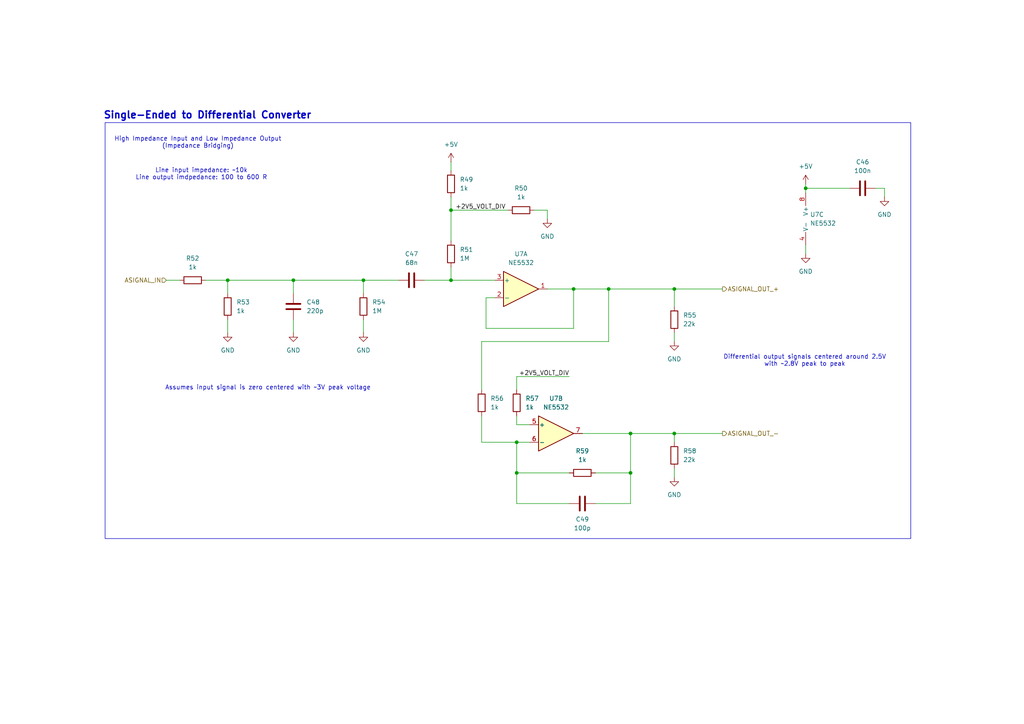
<source format=kicad_sch>
(kicad_sch (version 20231120) (generator "eeschema") (generator_version "8.0")
  (paper "A4")
  (lib_symbols
    (symbol "Amplifier_Operational:NE5532" (pin_names (offset 0.127))
      (property "Reference" "U" (at 0 5.08 0))
      (property "Value" "NE5532" (at 0 -5.08 0))
      (symbol "NE5532_1_1"
        (polyline (pts (xy -5.08 5.08) (xy 5.08 0) (xy -5.08 -5.08) (xy -5.08 5.08)) (stroke (width 0.254)) (fill (type background)))
        (pin output line (at 7.62 0 180) (length 2.54) (name "~") (number "1"))
        (pin input line (at -7.62 -2.54 0) (length 2.54) (name "-") (number "2"))
        (pin input line (at -7.62 2.54 0) (length 2.54) (name "+") (number "3"))
      )
      (symbol "NE5532_2_1"
        (polyline (pts (xy -5.08 5.08) (xy 5.08 0) (xy -5.08 -5.08) (xy -5.08 5.08)) (stroke (width 0.254)) (fill (type background)))
        (pin input line (at -7.62 2.54 0) (length 2.54) (name "+") (number "5"))
        (pin input line (at -7.62 -2.54 0) (length 2.54) (name "-") (number "6"))
        (pin output line (at 7.62 0 180) (length 2.54) (name "~") (number "7"))
      )
      (symbol "NE5532_3_1"
        (pin power_in line (at -2.54 -7.62 90) (length 3.81) (name "V-") (number "4"))
        (pin power_in line (at -2.54 7.62 270) (length 3.81) (name "V+") (number "8"))
      )
    )
    (symbol "Device:C" (pin_numbers hide) (pin_names (offset 0.254))
      (property "Reference" "C" (at 0.635 2.54 0))
      (property "Value" "C" (at 0.635 -2.54 0))
      (symbol "C_0_1"
        (polyline (pts (xy -2.032 -0.762) (xy 2.032 -0.762)) (stroke (width 0.508)))
        (polyline (pts (xy -2.032 0.762) (xy 2.032 0.762)) (stroke (width 0.508)))
      )
      (symbol "C_1_1"
        (pin passive line (at 0 3.81 270) (length 2.794) (name "~") (number "1"))
        (pin passive line (at 0 -3.81 90) (length 2.794) (name "~") (number "2"))
      )
    )
    (symbol "Device:R" (pin_numbers hide) (pin_names (offset 0))
      (property "Reference" "R" (at 2.032 0 90))
      (property "Value" "R" (at 0 0 90))
      (symbol "R_0_1"
        (rectangle (start -1.016 -2.54) (end 1.016 2.54) (stroke (width 0.254)))
      )
      (symbol "R_1_1"
        (pin passive line (at 0 3.81 270) (length 1.27) (name "~") (number "1"))
        (pin passive line (at 0 -3.81 90) (length 1.27) (name "~") (number "2"))
      )
    )
    (symbol "power:+5V" (power) (pin_numbers hide) (pin_names (offset 0) hide)
      (property "Value" "+5V" (at 0 3.556 0))
      (symbol "+5V_0_1"
        (polyline (pts (xy -0.762 1.27) (xy 0 2.54)))
        (polyline (pts (xy 0 0) (xy 0 2.54)))
        (polyline (pts (xy 0 2.54) (xy 0.762 1.27)))
      )
      (symbol "+5V_1_1"
        (pin power_in line (at 0 0 90) (length 0) (name "~") (number "1"))
      )
    )
    (symbol "power:GND" (power) (pin_numbers hide) (pin_names (offset 0) hide)
      (property "Value" "GND" (at 0 -3.81 0))
      (symbol "GND_0_1"
        (polyline (pts (xy 0 0) (xy 0 -1.27) (xy 1.27 -1.27) (xy 0 -2.54) (xy -1.27 -1.27) (xy 0 -1.27)))
      )
      (symbol "GND_1_1"
        (pin power_in line (at 0 0 270) (length 0) (name "~") (number "1"))
      )
    )
  )
  (junction (at 130.81 60.96))
  (junction (at 149.86 128.27))
  (junction (at 130.81 81.28))
  (junction (at 105.41 81.28))
  (junction (at 166.37 83.82))
  (junction (at 85.09 81.28))
  (junction (at 182.88 125.73))
  (junction (at 233.68 54.61))
  (junction (at 195.58 125.73))
  (junction (at 66.04 81.28))
  (junction (at 176.53 83.82))
  (junction (at 182.88 137.16))
  (junction (at 195.58 83.82))
  (junction (at 149.86 137.16))
  (wire (pts (xy 195.58 128.27) (xy 195.58 125.73)))
  (wire (pts (xy 149.86 128.27) (xy 153.67 128.27)))
  (wire (pts (xy 233.68 54.61) (xy 233.68 55.88)))
  (wire (pts (xy 105.41 81.28) (xy 115.57 81.28)))
  (wire (pts (xy 140.97 86.36) (xy 140.97 95.25)))
  (wire (pts (xy 182.88 137.16) (xy 182.88 146.05)))
  (wire (pts (xy 139.7 99.06) (xy 139.7 113.03)))
  (wire (pts (xy 130.81 60.96) (xy 147.32 60.96)))
  (wire (pts (xy 143.51 86.36) (xy 140.97 86.36)))
  (wire (pts (xy 195.58 125.73) (xy 209.55 125.73)))
  (wire (pts (xy 195.58 83.82) (xy 209.55 83.82)))
  (wire (pts (xy 149.86 128.27) (xy 149.86 137.16)))
  (wire (pts (xy 172.72 137.16) (xy 182.88 137.16)))
  (wire (pts (xy 149.86 109.22) (xy 165.1 109.22)))
  (wire (pts (xy 85.09 81.28) (xy 85.09 85.09)))
  (wire (pts (xy 130.81 77.47) (xy 130.81 81.28)))
  (wire (pts (xy 130.81 81.28) (xy 143.51 81.28)))
  (wire (pts (xy 176.53 83.82) (xy 176.53 99.06)))
  (wire (pts (xy 195.58 83.82) (xy 195.58 88.9)))
  (wire (pts (xy 168.91 125.73) (xy 182.88 125.73)))
  (wire (pts (xy 130.81 60.96) (xy 130.81 69.85)))
  (wire (pts (xy 195.58 135.89) (xy 195.58 138.43)))
  (wire (pts (xy 176.53 99.06) (xy 139.7 99.06)))
  (wire (pts (xy 66.04 81.28) (xy 85.09 81.28)))
  (wire (pts (xy 149.86 109.22) (xy 149.86 113.03)))
  (wire (pts (xy 149.86 137.16) (xy 165.1 137.16)))
  (wire (pts (xy 140.97 95.25) (xy 166.37 95.25)))
  (wire (pts (xy 176.53 83.82) (xy 195.58 83.82)))
  (wire (pts (xy 149.86 123.19) (xy 153.67 123.19)))
  (wire (pts (xy 254 54.61) (xy 256.54 54.61)))
  (wire (pts (xy 59.69 81.28) (xy 66.04 81.28)))
  (wire (pts (xy 158.75 60.96) (xy 158.75 63.5)))
  (wire (pts (xy 139.7 120.65) (xy 139.7 128.27)))
  (wire (pts (xy 66.04 81.28) (xy 66.04 85.09)))
  (wire (pts (xy 149.86 137.16) (xy 149.86 146.05)))
  (wire (pts (xy 182.88 125.73) (xy 182.88 137.16)))
  (wire (pts (xy 149.86 146.05) (xy 165.1 146.05)))
  (wire (pts (xy 105.41 92.71) (xy 105.41 96.52)))
  (wire (pts (xy 166.37 95.25) (xy 166.37 83.82)))
  (wire (pts (xy 195.58 96.52) (xy 195.58 99.06)))
  (wire (pts (xy 85.09 92.71) (xy 85.09 96.52)))
  (wire (pts (xy 66.04 92.71) (xy 66.04 96.52)))
  (wire (pts (xy 176.53 83.82) (xy 166.37 83.82)))
  (wire (pts (xy 256.54 54.61) (xy 256.54 57.15)))
  (wire (pts (xy 130.81 57.15) (xy 130.81 60.96)))
  (wire (pts (xy 130.81 46.99) (xy 130.81 49.53)))
  (wire (pts (xy 182.88 146.05) (xy 172.72 146.05)))
  (wire (pts (xy 154.94 60.96) (xy 158.75 60.96)))
  (wire (pts (xy 130.81 81.28) (xy 123.19 81.28)))
  (wire (pts (xy 233.68 71.12) (xy 233.68 73.66)))
  (wire (pts (xy 85.09 81.28) (xy 105.41 81.28)))
  (wire (pts (xy 166.37 83.82) (xy 158.75 83.82)))
  (wire (pts (xy 233.68 53.34) (xy 233.68 54.61)))
  (wire (pts (xy 233.68 54.61) (xy 246.38 54.61)))
  (wire (pts (xy 149.86 120.65) (xy 149.86 123.19)))
  (wire (pts (xy 139.7 128.27) (xy 149.86 128.27)))
  (wire (pts (xy 105.41 81.28) (xy 105.41 85.09)))
  (wire (pts (xy 182.88 125.73) (xy 195.58 125.73)))
  (wire (pts (xy 48.26 81.28) (xy 52.07 81.28)))
  (rectangle (start 30.48 35.56) (end 264.16 156.21))
  (text "Assumes input signal is zero centered with ~3V peak voltage" (at 77.724 112.522 0) (effects (font (size 1.27 1.27))))
  (text "Single-Ended to Differential Converter" (at 60.198 33.528 0) (effects (font (size 2.032 2.032) (bold yes))))
  (text "High Impedance Input and Low Impedance Output\n(Impedance Bridging)" (at 57.404 41.402 0) (effects (font (size 1.27 1.27))))
  (text "Differential output signals centered around 2.5V\nwith ~2.8V peak to peak" (at 233.426 104.648 0) (effects (font (size 1.27 1.27))))
  (text "Line input impedance: ~10k\nLine output imdpedance: 100 to 600 R" (at 58.42 50.546 0) (effects (font (size 1.27 1.27))))
  (label "+2V5_VOLT_DIV" (at 132.08 60.96 0))
  (label "+2V5_VOLT_DIV" (at 165.1 109.22 180))
  (hierarchical_label "ASIGNAL_OUT_-" (shape output) (at 209.55 125.73 0))
  (hierarchical_label "ASIGNAL_IN" (shape input) (at 48.26 81.28 180))
  (hierarchical_label "ASIGNAL_OUT_+" (shape output) (at 209.55 83.82 0))
  (symbol (lib_id "Device:R") (at 195.58 92.71 180) (unit 1)
    (property "Reference" "R55" (at 198.12 91.4399 0) (effects (justify right)))
    (property "Value" "22k" (at 198.12 93.9799 0) (effects (justify right)))
    (property "Footprint" "Resistor_SMD:R_0805_2012Metric" (effects (hide yes)))
    (property "Description" "Resistor" (effects (hide yes)))
    (instances (project "CS4272-CZZ_Breakout_Board" (path "" (reference "R55") (unit 1)) (path "" (reference "R66") (unit 1))))
  )
  (symbol (lib_id "Device:R") (at 130.81 73.66 180) (unit 1)
    (property "Reference" "R51" (at 133.35 72.3899 0) (effects (justify right)))
    (property "Value" "1M" (at 133.35 74.9299 0) (effects (justify right)))
    (property "Footprint" "Resistor_SMD:R_0805_2012Metric" (effects (hide yes)))
    (property "Description" "Resistor" (effects (hide yes)))
    (instances (project "CS4272-CZZ_Breakout_Board" (path "" (reference "R51") (unit 1)) (path "" (reference "R62") (unit 1))))
  )
  (symbol (lib_id "power:+5V") (at 130.81 46.99 0) (unit 1)
    (property "Reference" "#PWR043" (effects (hide yes)))
    (property "Value" "+5V" (at 130.81 41.91 0))
    (property "Description" "Power symbol creates a global label with name \"+5V\"" (effects (hide yes)))
    (instances (project "" (path "" (reference "#PWR043") (unit 1)) (path "" (reference "#PWR053") (unit 1))))
  )
  (symbol (lib_id "Device:R") (at 149.86 116.84 180) (unit 1)
    (property "Reference" "R57" (at 152.4 115.5699 0) (effects (justify right)))
    (property "Value" "1k" (at 152.4 118.1099 0) (effects (justify right)))
    (property "Footprint" "Resistor_SMD:R_0805_2012Metric" (effects (hide yes)))
    (property "Description" "Resistor" (effects (hide yes)))
    (instances (project "CS4272-CZZ_Breakout_Board" (path "" (reference "R57") (unit 1)) (path "" (reference "R68") (unit 1))))
  )
  (symbol (lib_id "power:GND") (at 195.58 99.06 0) (unit 1)
    (property "Reference" "#PWR051" (effects (hide yes)))
    (property "Value" "GND" (at 195.58 104.14 0))
    (property "Description" "Power symbol creates a global label with name \"GND\" , ground" (effects (hide yes)))
    (instances (project "CS4272-CZZ_Breakout_Board" (path "" (reference "#PWR051") (unit 1)) (path "" (reference "#PWR061") (unit 1))))
  )
  (symbol (lib_id "power:GND") (at 158.75 63.5 0) (unit 1)
    (property "Reference" "#PWR046" (effects (hide yes)))
    (property "Value" "GND" (at 158.75 68.58 0))
    (property "Description" "Power symbol creates a global label with name \"GND\" , ground" (effects (hide yes)))
    (instances (project "CS4272-CZZ_Breakout_Board" (path "" (reference "#PWR046") (unit 1)) (path "" (reference "#PWR056") (unit 1))))
  )
  (symbol (lib_id "Device:R") (at 195.58 132.08 180) (unit 1)
    (property "Reference" "R58" (at 198.12 130.8099 0) (effects (justify right)))
    (property "Value" "22k" (at 198.12 133.3499 0) (effects (justify right)))
    (property "Footprint" "Resistor_SMD:R_0805_2012Metric" (effects (hide yes)))
    (property "Description" "Resistor" (effects (hide yes)))
    (instances (project "CS4272-CZZ_Breakout_Board" (path "" (reference "R58") (unit 1)) (path "" (reference "R69") (unit 1))))
  )
  (symbol (lib_id "power:GND") (at 233.68 73.66 0) (unit 1)
    (property "Reference" "#PWR047" (effects (hide yes)))
    (property "Value" "GND" (at 233.68 78.74 0))
    (property "Description" "Power symbol creates a global label with name \"GND\" , ground" (effects (hide yes)))
    (instances (project "CS4272-CZZ_Breakout_Board" (path "" (reference "#PWR047") (unit 1)) (path "" (reference "#PWR057") (unit 1))))
  )
  (symbol (lib_id "Device:R") (at 55.88 81.28 90) (unit 1)
    (property "Reference" "R52" (at 55.88 74.93 90))
    (property "Value" "1k" (at 55.88 77.47 90))
    (property "Footprint" "Resistor_SMD:R_0805_2012Metric" (effects (hide yes)))
    (property "Description" "Resistor" (effects (hide yes)))
    (instances (project "CS4272-CZZ_Breakout_Board" (path "" (reference "R52") (unit 1)) (path "" (reference "R63") (unit 1))))
  )
  (symbol (lib_id "Device:R") (at 139.7 116.84 180) (unit 1)
    (property "Reference" "R56" (at 142.24 115.5699 0) (effects (justify right)))
    (property "Value" "1k" (at 142.24 118.1099 0) (effects (justify right)))
    (property "Footprint" "Resistor_SMD:R_0805_2012Metric" (effects (hide yes)))
    (property "Description" "Resistor" (effects (hide yes)))
    (instances (project "CS4272-CZZ_Breakout_Board" (path "" (reference "R56") (unit 1)) (path "" (reference "R67") (unit 1))))
  )
  (symbol (lib_id "Amplifier_Operational:NE5532") (at 151.13 83.82 0) (unit 1)
    (property "Reference" "U7" (at 151.13 73.66 0))
    (property "Value" "NE5532" (at 151.13 76.2 0))
    (property "Footprint" "Package_SO:SOIC-8_3.9x4.9mm_P1.27mm" (effects (hide yes)))
    (property "Datasheet" "http://www.ti.com/lit/ds/symlink/ne5532.pdf" (effects (hide yes)))
    (property "Description" "Dual Low-Noise Operational Amplifiers, DIP-8/SOIC-8" (effects (hide yes)))
    (instances (project "" (path "" (reference "U7") (unit 1)) (path "" (reference "U8") (unit 1))))
  )
  (symbol (lib_id "power:GND") (at 66.04 96.52 0) (unit 1)
    (property "Reference" "#PWR048" (effects (hide yes)))
    (property "Value" "GND" (at 66.04 101.6 0))
    (property "Description" "Power symbol creates a global label with name \"GND\" , ground" (effects (hide yes)))
    (instances (project "CS4272-CZZ_Breakout_Board" (path "" (reference "#PWR048") (unit 1)) (path "" (reference "#PWR058") (unit 1))))
  )
  (symbol (lib_id "Device:R") (at 105.41 88.9 180) (unit 1)
    (property "Reference" "R54" (at 107.95 87.6299 0) (effects (justify right)))
    (property "Value" "1M" (at 107.95 90.1699 0) (effects (justify right)))
    (property "Footprint" "Resistor_SMD:R_0805_2012Metric" (effects (hide yes)))
    (property "Description" "Resistor" (effects (hide yes)))
    (instances (project "CS4272-CZZ_Breakout_Board" (path "" (reference "R54") (unit 1)) (path "" (reference "R65") (unit 1))))
  )
  (symbol (lib_id "power:GND") (at 195.58 138.43 0) (unit 1)
    (property "Reference" "#PWR052" (effects (hide yes)))
    (property "Value" "GND" (at 195.58 143.51 0))
    (property "Description" "Power symbol creates a global label with name \"GND\" , ground" (effects (hide yes)))
    (instances (project "CS4272-CZZ_Breakout_Board" (path "" (reference "#PWR052") (unit 1)) (path "" (reference "#PWR062") (unit 1))))
  )
  (symbol (lib_id "Device:C") (at 119.38 81.28 90) (unit 1)
    (property "Reference" "C47" (at 119.38 73.66 90))
    (property "Value" "68n" (at 119.38 76.2 90))
    (property "Footprint" "Capacitor_SMD:C_0805_2012Metric" (effects (hide yes)))
    (property "Description" "Unpolarized capacitor" (effects (hide yes)))
    (instances (project "CS4272-CZZ_Breakout_Board" (path "" (reference "C47") (unit 1)) (path "" (reference "C51") (unit 1))))
  )
  (symbol (lib_id "Device:R") (at 168.91 137.16 270) (unit 1)
    (property "Reference" "R59" (at 168.91 130.81 90))
    (property "Value" "1k" (at 168.91 133.35 90))
    (property "Footprint" "Resistor_SMD:R_0805_2012Metric" (effects (hide yes)))
    (property "Description" "Resistor" (effects (hide yes)))
    (instances (project "CS4272-CZZ_Breakout_Board" (path "" (reference "R59") (unit 1)) (path "" (reference "R70") (unit 1))))
  )
  (symbol (lib_id "Amplifier_Operational:NE5532") (at 161.29 125.73 0) (unit 2)
    (property "Reference" "U7" (at 161.29 115.57 0))
    (property "Value" "NE5532" (at 161.29 118.11 0))
    (property "Footprint" "Package_SO:SOIC-8_3.9x4.9mm_P1.27mm" (effects (hide yes)))
    (property "Datasheet" "http://www.ti.com/lit/ds/symlink/ne5532.pdf" (effects (hide yes)))
    (property "Description" "Dual Low-Noise Operational Amplifiers, DIP-8/SOIC-8" (effects (hide yes)))
    (instances (project "" (path "" (reference "U7") (unit 2)) (path "" (reference "U8") (unit 2))))
  )
  (symbol (lib_id "power:+5V") (at 233.68 53.34 0) (unit 1)
    (property "Reference" "#PWR044" (effects (hide yes)))
    (property "Value" "+5V" (at 233.68 48.26 0))
    (property "Description" "Power symbol creates a global label with name \"+5V\"" (effects (hide yes)))
    (instances (project "CS4272-CZZ_Breakout_Board" (path "" (reference "#PWR044") (unit 1)) (path "" (reference "#PWR054") (unit 1))))
  )
  (symbol (lib_id "power:GND") (at 105.41 96.52 0) (unit 1)
    (property "Reference" "#PWR050" (effects (hide yes)))
    (property "Value" "GND" (at 105.41 101.6 0))
    (property "Description" "Power symbol creates a global label with name \"GND\" , ground" (effects (hide yes)))
    (instances (project "CS4272-CZZ_Breakout_Board" (path "" (reference "#PWR050") (unit 1)) (path "" (reference "#PWR060") (unit 1))))
  )
  (symbol (lib_id "power:GND") (at 256.54 57.15 0) (unit 1)
    (property "Reference" "#PWR045" (effects (hide yes)))
    (property "Value" "GND" (at 256.54 62.23 0))
    (property "Description" "Power symbol creates a global label with name \"GND\" , ground" (effects (hide yes)))
    (instances (project "CS4272-CZZ_Breakout_Board" (path "" (reference "#PWR045") (unit 1)) (path "" (reference "#PWR055") (unit 1))))
  )
  (symbol (lib_id "Amplifier_Operational:NE5532") (at 236.22 63.5 0) (unit 3)
    (property "Reference" "U7" (at 234.95 62.2299 0) (effects (justify left)))
    (property "Value" "NE5532" (at 234.95 64.7699 0) (effects (justify left)))
    (property "Footprint" "Package_SO:SOIC-8_3.9x4.9mm_P1.27mm" (effects (hide yes)))
    (property "Datasheet" "http://www.ti.com/lit/ds/symlink/ne5532.pdf" (effects (hide yes)))
    (property "Description" "Dual Low-Noise Operational Amplifiers, DIP-8/SOIC-8" (effects (hide yes)))
    (instances (project "" (path "" (reference "U7") (unit 3)) (path "" (reference "U8") (unit 3))))
  )
  (symbol (lib_id "power:GND") (at 85.09 96.52 0) (unit 1)
    (property "Reference" "#PWR049" (effects (hide yes)))
    (property "Value" "GND" (at 85.09 101.6 0))
    (property "Description" "Power symbol creates a global label with name \"GND\" , ground" (effects (hide yes)))
    (instances (project "CS4272-CZZ_Breakout_Board" (path "" (reference "#PWR049") (unit 1)) (path "" (reference "#PWR059") (unit 1))))
  )
  (symbol (lib_id "Device:R") (at 66.04 88.9 180) (unit 1)
    (property "Reference" "R53" (at 68.58 87.6299 0) (effects (justify right)))
    (property "Value" "1k" (at 68.58 90.1699 0) (effects (justify right)))
    (property "Footprint" "Resistor_SMD:R_0805_2012Metric" (effects (hide yes)))
    (property "Description" "Resistor" (effects (hide yes)))
    (instances (project "CS4272-CZZ_Breakout_Board" (path "" (reference "R53") (unit 1)) (path "" (reference "R64") (unit 1))))
  )
  (symbol (lib_id "Device:R") (at 151.13 60.96 270) (unit 1)
    (property "Reference" "R50" (at 151.13 54.61 90))
    (property "Value" "1k" (at 151.13 57.15 90))
    (property "Footprint" "Resistor_SMD:R_0805_2012Metric" (effects (hide yes)))
    (property "Description" "Resistor" (effects (hide yes)))
    (instances (project "CS4272-CZZ_Breakout_Board" (path "" (reference "R50") (unit 1)) (path "" (reference "R61") (unit 1))))
  )
  (symbol (lib_id "Device:C") (at 168.91 146.05 270) (unit 1)
    (property "Reference" "C49" (at 168.91 150.622 90))
    (property "Value" "100p" (at 168.91 153.162 90))
    (property "Footprint" "Capacitor_SMD:C_0805_2012Metric" (effects (hide yes)))
    (property "Description" "Unpolarized capacitor" (effects (hide yes)))
    (instances (project "CS4272-CZZ_Breakout_Board" (path "" (reference "C49") (unit 1)) (path "" (reference "C53") (unit 1))))
  )
  (symbol (lib_id "Device:R") (at 130.81 53.34 180) (unit 1)
    (property "Reference" "R49" (at 133.35 52.0699 0) (effects (justify right)))
    (property "Value" "1k" (at 133.35 54.6099 0) (effects (justify right)))
    (property "Footprint" "Resistor_SMD:R_0805_2012Metric" (effects (hide yes)))
    (property "Description" "Resistor" (effects (hide yes)))
    (instances (project "CS4272-CZZ_Breakout_Board" (path "" (reference "R49") (unit 1)) (path "" (reference "R60") (unit 1))))
  )
  (symbol (lib_id "Device:C") (at 250.19 54.61 90) (unit 1)
    (property "Reference" "C46" (at 250.19 46.99 90))
    (property "Value" "100n" (at 250.19 49.53 90))
    (property "Footprint" "Capacitor_SMD:C_0805_2012Metric" (effects (hide yes)))
    (property "Description" "Unpolarized capacitor" (effects (hide yes)))
    (instances (project "CS4272-CZZ_Breakout_Board" (path "" (reference "C46") (unit 1)) (path "" (reference "C50") (unit 1))))
  )
  (symbol (lib_id "Device:C") (at 85.09 88.9 0) (unit 1)
    (property "Reference" "C48" (at 88.9 87.6299 0) (effects (justify left)))
    (property "Value" "220p" (at 88.9 90.1699 0) (effects (justify left)))
    (property "Footprint" "Capacitor_SMD:C_0805_2012Metric" (effects (hide yes)))
    (property "Description" "Unpolarized capacitor" (effects (hide yes)))
    (instances (project "CS4272-CZZ_Breakout_Board" (path "" (reference "C48") (unit 1)) (path "" (reference "C52") (unit 1))))
  )
)
</source>
